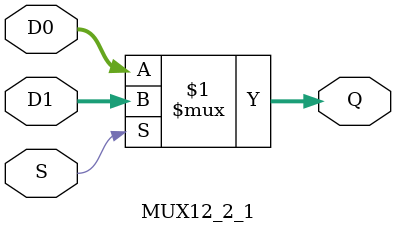
<source format=v>
module MUX12_2_1 (input [11:0] D0, output wire [11:0] Q,
                  input [11:0] D1,
                  input S);

	assign Q = (S ? D1 : D0);

endmodule

</source>
